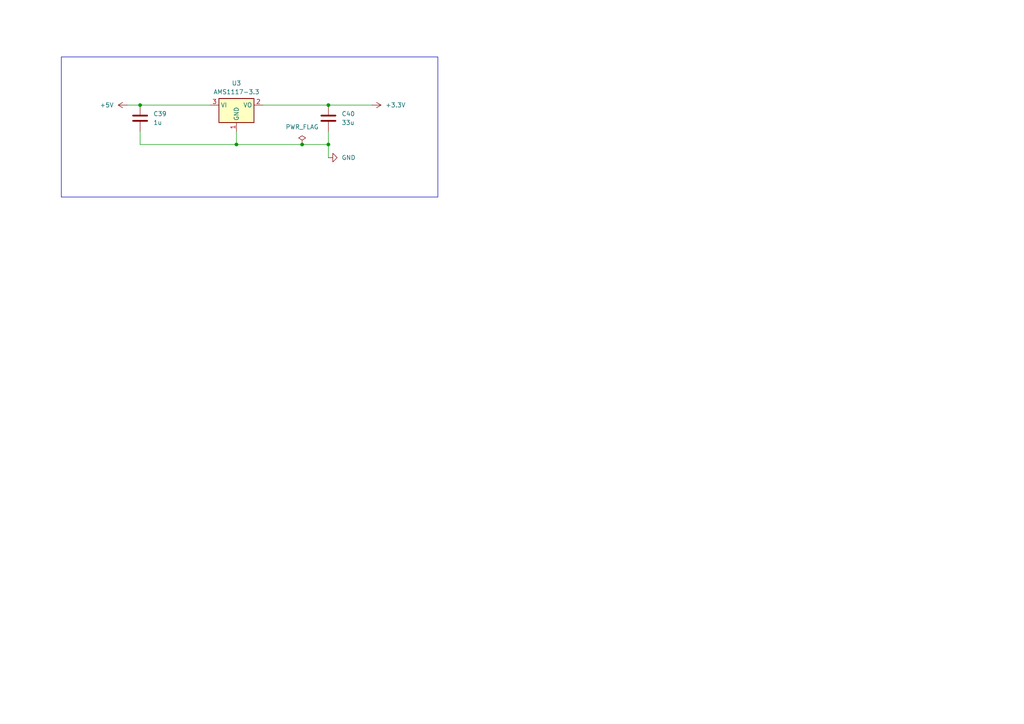
<source format=kicad_sch>
(kicad_sch (version 20250114) (generator "eeschema") (generator_version "9.0")
  (paper "A4")
  (lib_symbols
    (symbol "Device:C" (pin_numbers (hide yes)) (pin_names (offset 0.254))
      (property "Reference" "C" (at 0.635 2.54 0))
      (property "Value" "C" (at 0.635 -2.54 0))
      (symbol "C_0_1"
        (polyline (pts (xy -2.032 0.762) (xy 2.032 0.762)) (stroke (width 0.508)))
        (polyline (pts (xy -2.032 -0.762) (xy 2.032 -0.762)) (stroke (width 0.508)))
      )
      (symbol "C_1_1"
        (pin passive line (at 0 3.81 270) (length 2.794) (name "~") (number "1"))
        (pin passive line (at 0 -3.81 90) (length 2.794) (name "~") (number "2"))
      )
    )
    (symbol "Regulator_Linear:AMS1117-3.3"
      (property "Reference" "U" (at -3.81 3.175 0))
      (property "Value" "AMS1117-3.3" (at 0 3.175 0))
      (symbol "AMS1117-3.3_0_1"
        (rectangle (start -5.08 -5.08) (end 5.08 1.905) (stroke (width 0.254)) (fill (type background)))
      )
      (symbol "AMS1117-3.3_1_1"
        (pin power_in line (at -7.62 0 0) (length 2.54) (name "VI") (number "3"))
        (pin power_in line (at 0 -7.62 90) (length 2.54) (name "GND") (number "1"))
        (pin power_out line (at 7.62 0 180) (length 2.54) (name "VO") (number "2"))
      )
    )
    (symbol "power:+3.3V" (power) (pin_numbers (hide yes)) (pin_names (offset 0) (hide yes))
      (property "Value" "+3.3V" (at 0 3.556 0))
      (symbol "+3.3V_0_1"
        (polyline (pts (xy -0.762 1.27) (xy 0 2.54)))
        (polyline (pts (xy 0 2.54) (xy 0.762 1.27)))
        (polyline (pts (xy 0 0) (xy 0 2.54)))
      )
      (symbol "+3.3V_1_1"
        (pin power_in line (at 0 0 90) (length 0) (name "~") (number "1"))
      )
    )
    (symbol "power:+5V" (power) (pin_numbers (hide yes)) (pin_names (offset 0) (hide yes))
      (property "Value" "+5V" (at 0 3.556 0))
      (symbol "+5V_0_1"
        (polyline (pts (xy -0.762 1.27) (xy 0 2.54)))
        (polyline (pts (xy 0 2.54) (xy 0.762 1.27)))
        (polyline (pts (xy 0 0) (xy 0 2.54)))
      )
      (symbol "+5V_1_1"
        (pin power_in line (at 0 0 90) (length 0) (name "~") (number "1"))
      )
    )
    (symbol "power:GND" (power) (pin_numbers (hide yes)) (pin_names (offset 0) (hide yes))
      (property "Value" "GND" (at 0 -3.81 0))
      (symbol "GND_0_1"
        (polyline (pts (xy 0 0) (xy 0 -1.27) (xy 1.27 -1.27) (xy 0 -2.54) (xy -1.27 -1.27) (xy 0 -1.27)))
      )
      (symbol "GND_1_1"
        (pin power_in line (at 0 0 270) (length 0) (name "~") (number "1"))
      )
    )
    (symbol "power:PWR_FLAG" (power) (pin_numbers (hide yes)) (pin_names (offset 0) (hide yes))
      (property "Value" "PWR_FLAG" (at 0 3.81 0))
      (symbol "PWR_FLAG_0_0"
        (pin power_out line (at 0 0 90) (length 0) (name "~") (number "1"))
      )
      (symbol "PWR_FLAG_0_1"
        (polyline (pts (xy 0 0) (xy 0 1.27) (xy -1.016 1.905) (xy 0 2.54) (xy 1.016 1.905) (xy 0 1.27)))
      )
    )
  )
  (rectangle (start 17.78 16.51) (end 127 57.15))
  (junction (at 95.25 41.91))
  (junction (at 87.63 41.91))
  (junction (at 40.64 30.48))
  (junction (at 95.25 30.48))
  (junction (at 68.58 41.91))
  (wire (pts (xy 36.83 30.48) (xy 40.64 30.48)))
  (wire (pts (xy 68.58 41.91) (xy 87.63 41.91)))
  (wire (pts (xy 87.63 41.91) (xy 95.25 41.91)))
  (wire (pts (xy 95.25 45.72) (xy 95.25 41.91)))
  (wire (pts (xy 40.64 41.91) (xy 40.64 38.1)))
  (wire (pts (xy 68.58 38.1) (xy 68.58 41.91)))
  (wire (pts (xy 40.64 30.48) (xy 60.96 30.48)))
  (wire (pts (xy 40.64 41.91) (xy 68.58 41.91)))
  (wire (pts (xy 95.25 41.91) (xy 95.25 38.1)))
  (wire (pts (xy 95.25 30.48) (xy 107.95 30.48)))
  (wire (pts (xy 76.2 30.48) (xy 95.25 30.48)))
  (symbol (lib_id "power:GND") (at 95.25 45.72 90) (unit 1)
    (property "Reference" "#PWR067" (effects (hide yes)))
    (property "Value" "GND" (at 99.06 45.7199 90) (effects (justify right)))
    (property "Description" "Power symbol creates a global label with name \"GND\" , ground" (effects (hide yes)))
  )
  (symbol (lib_id "Device:C") (at 40.64 34.29 0) (unit 1)
    (property "Reference" "C39" (at 44.45 33.0199 0) (effects (justify left)))
    (property "Value" "1u" (at 44.45 35.5599 0) (effects (justify left)))
    (property "Footprint" "Capacitor_SMD:C_0805_2012Metric_Pad1.18x1.45mm_HandSolder" (effects (hide yes)))
    (property "Description" "Unpolarized capacitor" (effects (hide yes)))
    (property "LCSC Part" "C28323" (effects (hide yes)))
  )
  (symbol (lib_id "power:+3.3V") (at 107.95 30.48 270) (unit 1)
    (property "Reference" "#PWR068" (effects (hide yes)))
    (property "Value" "+3.3V" (at 111.76 30.4799 90) (effects (justify left)))
    (property "Description" "Power symbol creates a global label with name \"+3.3V\"" (effects (hide yes)))
  )
  (symbol (lib_id "power:PWR_FLAG") (at 87.63 41.91 0) (unit 1)
    (property "Reference" "#FLG04" (effects (hide yes)))
    (property "Value" "PWR_FLAG" (at 87.63 36.83 0))
    (property "Description" "Special symbol for telling ERC where power comes from" (effects (hide yes)))
  )
  (symbol (lib_id "Device:C") (at 95.25 34.29 0) (unit 1)
    (property "Reference" "C40" (at 99.06 33.0199 0) (effects (justify left)))
    (property "Value" "33u" (at 99.06 35.5599 0) (effects (justify left)))
    (property "Footprint" "Capacitor_SMD:C_0805_2012Metric_Pad1.18x1.45mm_HandSolder" (effects (hide yes)))
    (property "Description" "Unpolarized capacitor" (effects (hide yes)))
    (property "LCSC Part" "C432920" (effects (hide yes)))
  )
  (symbol (lib_id "power:+5V") (at 36.83 30.48 90) (unit 1)
    (property "Reference" "#PWR066" (effects (hide yes)))
    (property "Value" "+5V" (at 33.02 30.4799 90) (effects (justify left)))
    (property "Description" "Power symbol creates a global label with name \"+5V\"" (effects (hide yes)))
  )
  (symbol (lib_id "Regulator_Linear:AMS1117-3.3") (at 68.58 30.48 0) (unit 1)
    (property "Reference" "U3" (at 68.58 24.13 0))
    (property "Value" "AMS1117-3.3" (at 68.58 26.67 0))
    (property "Footprint" "Package_TO_SOT_SMD:SOT-223-3_TabPin2" (effects (hide yes)))
    (property "Datasheet" "http://www.advanced-monolithic.com/pdf/ds1117.pdf" (effects (hide yes)))
    (property "Description" "1A Low Dropout regulator, positive, 3.3V fixed output, SOT-223" (effects (hide yes)))
    (property "LCSC Part" "C6186" (effects (hide yes)))
  )
)
</source>
